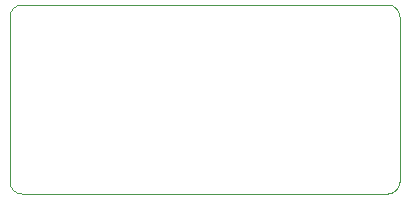
<source format=gm1>
G04 #@! TF.GenerationSoftware,KiCad,Pcbnew,9.0.2*
G04 #@! TF.CreationDate,2025-09-13T20:30:34-05:00*
G04 #@! TF.ProjectId,pcb-bulkplate-passthrough,7063622d-6275-46c6-9b70-6c6174652d70,V1.0*
G04 #@! TF.SameCoordinates,Original*
G04 #@! TF.FileFunction,Profile,NP*
%FSLAX46Y46*%
G04 Gerber Fmt 4.6, Leading zero omitted, Abs format (unit mm)*
G04 Created by KiCad (PCBNEW 9.0.2) date 2025-09-13 20:30:34*
%MOMM*%
%LPD*%
G01*
G04 APERTURE LIST*
G04 #@! TA.AperFunction,Profile*
%ADD10C,0.050000*%
G04 #@! TD*
G04 APERTURE END LIST*
D10*
X104992900Y-56000000D02*
X74000000Y-56000000D01*
X105992893Y-71000000D02*
G75*
G02*
X104992893Y-72000000I-1000000J0D01*
G01*
X105992893Y-57000000D02*
X105992893Y-71000000D01*
X73000000Y-71000000D02*
X73000000Y-57000000D01*
X104992893Y-56000000D02*
G75*
G02*
X105992893Y-57000000I0J-1000000D01*
G01*
X73000000Y-57000000D02*
G75*
G02*
X74000000Y-56000000I1000000J0D01*
G01*
X74000000Y-72000000D02*
G75*
G02*
X73000000Y-71000000I0J1000000D01*
G01*
X104992893Y-72000000D02*
X74000000Y-72000000D01*
M02*

</source>
